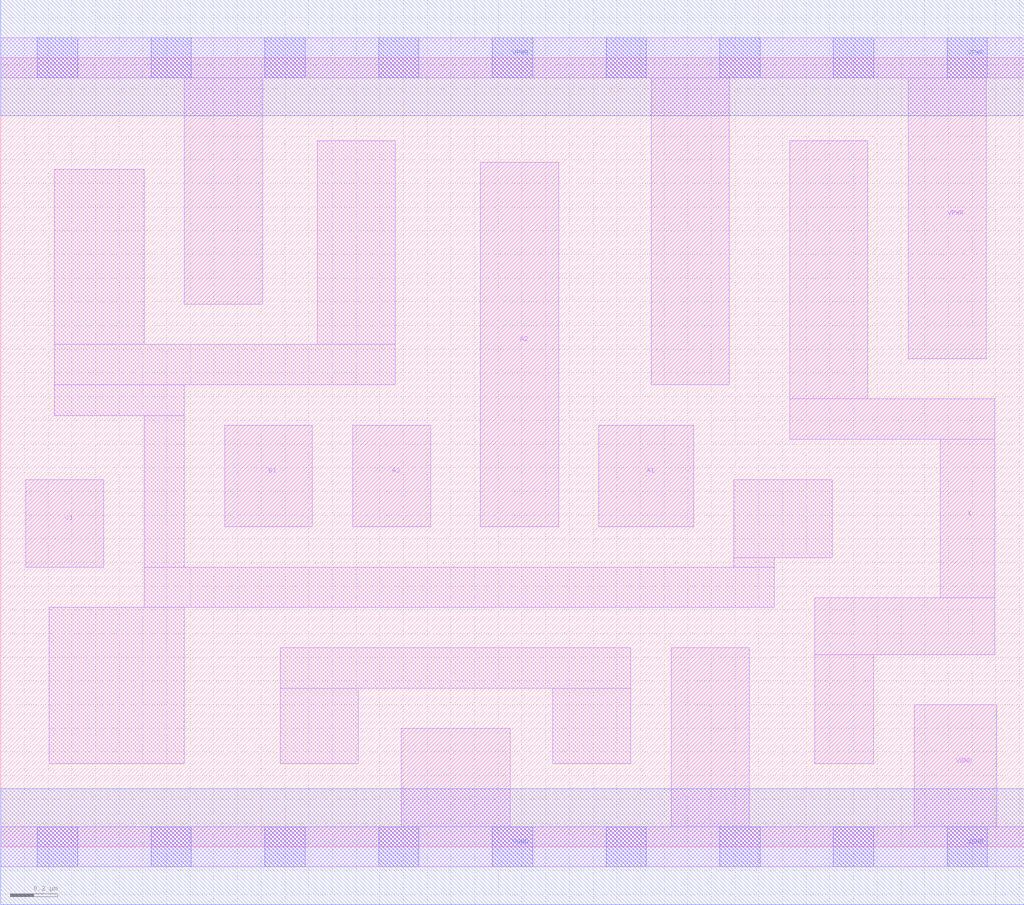
<source format=lef>
# Copyright 2020 The SkyWater PDK Authors
#
# Licensed under the Apache License, Version 2.0 (the "License");
# you may not use this file except in compliance with the License.
# You may obtain a copy of the License at
#
#     https://www.apache.org/licenses/LICENSE-2.0
#
# Unless required by applicable law or agreed to in writing, software
# distributed under the License is distributed on an "AS IS" BASIS,
# WITHOUT WARRANTIES OR CONDITIONS OF ANY KIND, either express or implied.
# See the License for the specific language governing permissions and
# limitations under the License.
#
# SPDX-License-Identifier: Apache-2.0

VERSION 5.7 ;
  NAMESCASESENSITIVE ON ;
  NOWIREEXTENSIONATPIN ON ;
  DIVIDERCHAR "/" ;
  BUSBITCHARS "[]" ;
UNITS
  DATABASE MICRONS 200 ;
END UNITS
MACRO sky130_fd_sc_ms__o311a_2
  CLASS CORE ;
  SOURCE USER ;
  FOREIGN sky130_fd_sc_ms__o311a_2 ;
  ORIGIN  0.000000  0.000000 ;
  SIZE  4.320000 BY  3.330000 ;
  SYMMETRY X Y ;
  SITE unit ;
  PIN A1
    ANTENNAGATEAREA  0.312600 ;
    DIRECTION INPUT ;
    USE SIGNAL ;
    PORT
      LAYER li1 ;
        RECT 2.525000 1.350000 2.925000 1.780000 ;
    END
  END A1
  PIN A2
    ANTENNAGATEAREA  0.312600 ;
    DIRECTION INPUT ;
    USE SIGNAL ;
    PORT
      LAYER li1 ;
        RECT 2.025000 1.350000 2.355000 2.890000 ;
    END
  END A2
  PIN A3
    ANTENNAGATEAREA  0.312600 ;
    DIRECTION INPUT ;
    USE SIGNAL ;
    PORT
      LAYER li1 ;
        RECT 1.485000 1.350000 1.815000 1.780000 ;
    END
  END A3
  PIN B1
    ANTENNAGATEAREA  0.291000 ;
    DIRECTION INPUT ;
    USE SIGNAL ;
    PORT
      LAYER li1 ;
        RECT 0.945000 1.350000 1.315000 1.780000 ;
    END
  END B1
  PIN C1
    ANTENNAGATEAREA  0.291000 ;
    DIRECTION INPUT ;
    USE SIGNAL ;
    PORT
      LAYER li1 ;
        RECT 0.105000 1.180000 0.435000 1.550000 ;
    END
  END C1
  PIN X
    ANTENNADIFFAREA  0.509600 ;
    DIRECTION OUTPUT ;
    USE SIGNAL ;
    PORT
      LAYER li1 ;
        RECT 3.330000 1.720000 4.195000 1.890000 ;
        RECT 3.330000 1.890000 3.660000 2.980000 ;
        RECT 3.435000 0.350000 3.685000 0.810000 ;
        RECT 3.435000 0.810000 4.195000 1.050000 ;
        RECT 3.965000 1.050000 4.195000 1.720000 ;
    END
  END X
  PIN VGND
    DIRECTION INOUT ;
    USE GROUND ;
    PORT
      LAYER li1 ;
        RECT 0.000000 -0.085000 4.320000 0.085000 ;
        RECT 1.690000  0.085000 2.150000 0.500000 ;
        RECT 2.830000  0.085000 3.160000 0.840000 ;
        RECT 3.855000  0.085000 4.205000 0.600000 ;
      LAYER mcon ;
        RECT 0.155000 -0.085000 0.325000 0.085000 ;
        RECT 0.635000 -0.085000 0.805000 0.085000 ;
        RECT 1.115000 -0.085000 1.285000 0.085000 ;
        RECT 1.595000 -0.085000 1.765000 0.085000 ;
        RECT 2.075000 -0.085000 2.245000 0.085000 ;
        RECT 2.555000 -0.085000 2.725000 0.085000 ;
        RECT 3.035000 -0.085000 3.205000 0.085000 ;
        RECT 3.515000 -0.085000 3.685000 0.085000 ;
        RECT 3.995000 -0.085000 4.165000 0.085000 ;
      LAYER met1 ;
        RECT 0.000000 -0.245000 4.320000 0.245000 ;
    END
  END VGND
  PIN VPWR
    DIRECTION INOUT ;
    USE POWER ;
    PORT
      LAYER li1 ;
        RECT 0.000000 3.245000 4.320000 3.415000 ;
        RECT 0.775000 2.290000 1.105000 3.245000 ;
        RECT 2.745000 1.950000 3.075000 3.245000 ;
        RECT 3.830000 2.060000 4.160000 3.245000 ;
      LAYER mcon ;
        RECT 0.155000 3.245000 0.325000 3.415000 ;
        RECT 0.635000 3.245000 0.805000 3.415000 ;
        RECT 1.115000 3.245000 1.285000 3.415000 ;
        RECT 1.595000 3.245000 1.765000 3.415000 ;
        RECT 2.075000 3.245000 2.245000 3.415000 ;
        RECT 2.555000 3.245000 2.725000 3.415000 ;
        RECT 3.035000 3.245000 3.205000 3.415000 ;
        RECT 3.515000 3.245000 3.685000 3.415000 ;
        RECT 3.995000 3.245000 4.165000 3.415000 ;
      LAYER met1 ;
        RECT 0.000000 3.085000 4.320000 3.575000 ;
    END
  END VPWR
  OBS
    LAYER li1 ;
      RECT 0.205000 0.350000 0.775000 1.010000 ;
      RECT 0.225000 1.820000 0.775000 1.950000 ;
      RECT 0.225000 1.950000 1.665000 2.120000 ;
      RECT 0.225000 2.120000 0.605000 2.860000 ;
      RECT 0.605000 1.010000 3.265000 1.180000 ;
      RECT 0.605000 1.180000 0.775000 1.820000 ;
      RECT 1.180000 0.350000 1.510000 0.670000 ;
      RECT 1.180000 0.670000 2.660000 0.840000 ;
      RECT 1.335000 2.120000 1.665000 2.980000 ;
      RECT 2.330000 0.350000 2.660000 0.670000 ;
      RECT 3.095000 1.180000 3.265000 1.220000 ;
      RECT 3.095000 1.220000 3.510000 1.550000 ;
  END
END sky130_fd_sc_ms__o311a_2

</source>
